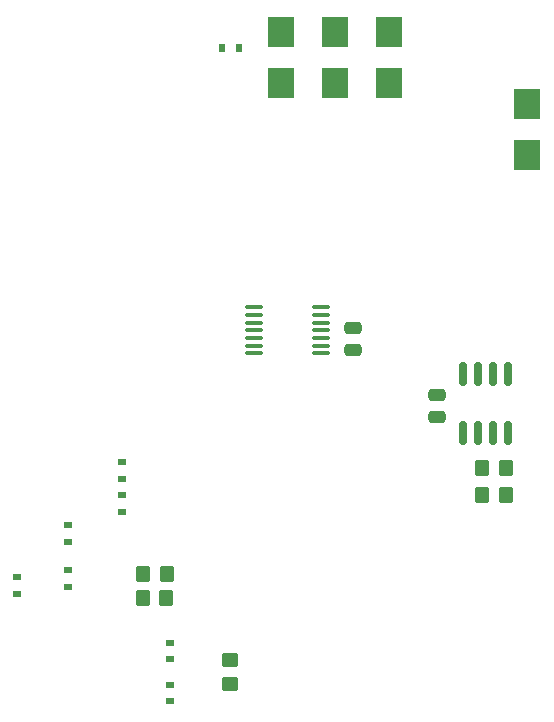
<source format=gbp>
G04 #@! TF.GenerationSoftware,KiCad,Pcbnew,6.0.11+dfsg-1*
G04 #@! TF.CreationDate,2025-03-20T11:06:45-04:00*
G04 #@! TF.ProjectId,foc-board,666f632d-626f-4617-9264-2e6b69636164,rev?*
G04 #@! TF.SameCoordinates,Original*
G04 #@! TF.FileFunction,Paste,Bot*
G04 #@! TF.FilePolarity,Positive*
%FSLAX46Y46*%
G04 Gerber Fmt 4.6, Leading zero omitted, Abs format (unit mm)*
G04 Created by KiCad (PCBNEW 6.0.11+dfsg-1) date 2025-03-20 11:06:45*
%MOMM*%
%LPD*%
G01*
G04 APERTURE LIST*
G04 Aperture macros list*
%AMRoundRect*
0 Rectangle with rounded corners*
0 $1 Rounding radius*
0 $2 $3 $4 $5 $6 $7 $8 $9 X,Y pos of 4 corners*
0 Add a 4 corners polygon primitive as box body*
4,1,4,$2,$3,$4,$5,$6,$7,$8,$9,$2,$3,0*
0 Add four circle primitives for the rounded corners*
1,1,$1+$1,$2,$3*
1,1,$1+$1,$4,$5*
1,1,$1+$1,$6,$7*
1,1,$1+$1,$8,$9*
0 Add four rect primitives between the rounded corners*
20,1,$1+$1,$2,$3,$4,$5,0*
20,1,$1+$1,$4,$5,$6,$7,0*
20,1,$1+$1,$6,$7,$8,$9,0*
20,1,$1+$1,$8,$9,$2,$3,0*%
G04 Aperture macros list end*
%ADD10R,0.700000X0.600000*%
%ADD11RoundRect,0.150000X-0.150000X0.825000X-0.150000X-0.825000X0.150000X-0.825000X0.150000X0.825000X0*%
%ADD12RoundRect,0.250000X-0.350000X-0.450000X0.350000X-0.450000X0.350000X0.450000X-0.350000X0.450000X0*%
%ADD13R,2.300000X2.500000*%
%ADD14R,0.600000X0.700000*%
%ADD15RoundRect,0.250000X-0.475000X0.250000X-0.475000X-0.250000X0.475000X-0.250000X0.475000X0.250000X0*%
%ADD16RoundRect,0.100000X-0.637500X-0.100000X0.637500X-0.100000X0.637500X0.100000X-0.637500X0.100000X0*%
%ADD17RoundRect,0.250000X0.475000X-0.250000X0.475000X0.250000X-0.475000X0.250000X-0.475000X-0.250000X0*%
%ADD18RoundRect,0.250000X0.450000X-0.350000X0.450000X0.350000X-0.450000X0.350000X-0.450000X-0.350000X0*%
%ADD19RoundRect,0.250000X0.350000X0.450000X-0.350000X0.450000X-0.350000X-0.450000X0.350000X-0.450000X0*%
G04 APERTURE END LIST*
D10*
X97536000Y-127384000D03*
X97536000Y-125984000D03*
X97536000Y-122428000D03*
X97536000Y-123828000D03*
D11*
X122301000Y-99698000D03*
X123571000Y-99698000D03*
X124841000Y-99698000D03*
X126111000Y-99698000D03*
X126111000Y-104648000D03*
X124841000Y-104648000D03*
X123571000Y-104648000D03*
X122301000Y-104648000D03*
D10*
X88924000Y-112482000D03*
X88924000Y-113882000D03*
D12*
X95234000Y-118618000D03*
X97234000Y-118618000D03*
D13*
X106958000Y-75008000D03*
X106958000Y-70708000D03*
D14*
X101940000Y-72096000D03*
X103340000Y-72096000D03*
D15*
X120142000Y-101437000D03*
X120142000Y-103337000D03*
D10*
X84606000Y-118262000D03*
X84606000Y-116862000D03*
D16*
X104603500Y-97922000D03*
X104603500Y-97272000D03*
X104603500Y-96622000D03*
X104603500Y-95972000D03*
X104603500Y-95322000D03*
X104603500Y-94672000D03*
X104603500Y-94022000D03*
X110328500Y-94022000D03*
X110328500Y-94672000D03*
X110328500Y-95322000D03*
X110328500Y-95972000D03*
X110328500Y-96622000D03*
X110328500Y-97272000D03*
X110328500Y-97922000D03*
D10*
X88924000Y-117692000D03*
X88924000Y-116292000D03*
X93472000Y-107148000D03*
X93472000Y-108548000D03*
D17*
X113054000Y-97684000D03*
X113054000Y-95784000D03*
D12*
X95250000Y-116586000D03*
X97250000Y-116586000D03*
D13*
X111530000Y-75026000D03*
X111530000Y-70726000D03*
X127786000Y-81104000D03*
X127786000Y-76804000D03*
D10*
X93472000Y-109942000D03*
X93472000Y-111342000D03*
D18*
X102640000Y-125912000D03*
X102640000Y-123912000D03*
D13*
X116102000Y-75026000D03*
X116102000Y-70726000D03*
D19*
X125952000Y-109915000D03*
X123952000Y-109915000D03*
X125980000Y-107669000D03*
X123980000Y-107669000D03*
M02*

</source>
